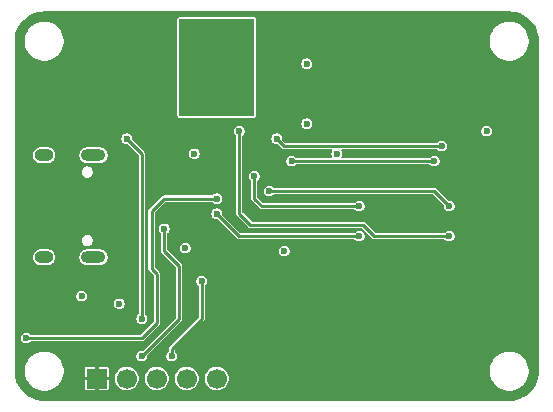
<source format=gbl>
%TF.GenerationSoftware,KiCad,Pcbnew,9.0.4+dfsg-1*%
%TF.CreationDate,2025-10-02T09:05:41+08:00*%
%TF.ProjectId,stlink,73746c69-6e6b-42e6-9b69-6361645f7063,b*%
%TF.SameCoordinates,Original*%
%TF.FileFunction,Copper,L4,Bot*%
%TF.FilePolarity,Positive*%
%FSLAX45Y45*%
G04 Gerber Fmt 4.5, Leading zero omitted, Abs format (unit mm)*
G04 Created by KiCad (PCBNEW 9.0.4+dfsg-1) date 2025-10-02 09:05:41*
%MOMM*%
%LPD*%
G01*
G04 APERTURE LIST*
%TA.AperFunction,ComponentPad*%
%ADD10R,1.700000X1.700000*%
%TD*%
%TA.AperFunction,ComponentPad*%
%ADD11C,1.700000*%
%TD*%
%TA.AperFunction,ComponentPad*%
%ADD12O,2.100000X1.000000*%
%TD*%
%TA.AperFunction,ComponentPad*%
%ADD13O,1.600000X1.000000*%
%TD*%
%TA.AperFunction,ViaPad*%
%ADD14C,0.600000*%
%TD*%
%TA.AperFunction,Conductor*%
%ADD15C,0.228600*%
%TD*%
G04 APERTURE END LIST*
D10*
%TO.P,J3,1,Pin_1*%
%TO.N,GND*%
X10858500Y-10350000D03*
D11*
%TO.P,J3,2,Pin_2*%
%TO.N,DIO*%
X11112500Y-10350000D03*
%TO.P,J3,3,Pin_3*%
%TO.N,CLK*%
X11366500Y-10350000D03*
%TO.P,J3,4,Pin_4*%
%TO.N,+3V3*%
X11620500Y-10350000D03*
%TO.P,J3,5,Pin_5*%
%TO.N,B0*%
X11874500Y-10350000D03*
%TD*%
D12*
%TO.P,J1,S1,SHIELD*%
%TO.N,unconnected-(J1-SHIELD-PadS1)*%
X10831000Y-8458000D03*
D13*
%TO.N,unconnected-(J1-SHIELD-PadS1)_2*%
X10413000Y-8458000D03*
D12*
%TO.N,unconnected-(J1-SHIELD-PadS1)_3*%
X10831000Y-9322000D03*
D13*
%TO.N,unconnected-(J1-SHIELD-PadS1)_1*%
X10413000Y-9322000D03*
%TD*%
D14*
%TO.N,GND*%
X10731500Y-7620000D03*
X14414500Y-8001000D03*
X10731500Y-9842500D03*
X12319000Y-8636000D03*
X11430000Y-8001000D03*
X10287000Y-8890000D03*
X12890500Y-7493000D03*
X14414500Y-9779000D03*
X12890500Y-8255000D03*
X12547600Y-9601200D03*
X12192000Y-10033000D03*
X10731500Y-7493000D03*
X10287000Y-8191500D03*
X11493500Y-9207500D03*
X11811000Y-9144000D03*
X11684000Y-9334500D03*
X12700000Y-7493000D03*
X12192000Y-10414000D03*
X11430000Y-7620000D03*
X14160500Y-8509000D03*
X14414500Y-8128000D03*
X10731500Y-10096500D03*
X13081000Y-7493000D03*
X10731500Y-8953500D03*
X11049000Y-9588500D03*
X12192000Y-8255000D03*
X10287000Y-7937500D03*
X12192000Y-10223500D03*
X10287000Y-9017000D03*
X12319000Y-9461500D03*
X13208000Y-8128000D03*
X12890500Y-9334500D03*
X11176000Y-8890000D03*
X14414500Y-9652000D03*
X11430000Y-7874000D03*
X13208000Y-8001000D03*
X10287000Y-8763000D03*
X10731500Y-8826500D03*
X11938000Y-8255000D03*
X14160500Y-8763000D03*
X14414500Y-7874000D03*
X11430000Y-7493000D03*
X12890500Y-8572500D03*
X11430000Y-8255000D03*
%TO.N,+5V*%
X11112500Y-8318500D03*
X11239500Y-9842500D03*
%TO.N,+3V3*%
X12636500Y-8191500D03*
X12890500Y-8445500D03*
X11684000Y-7747000D03*
X12446000Y-9271000D03*
X11684000Y-8445500D03*
X11684000Y-7874000D03*
X11607800Y-9245600D03*
X11684000Y-7493000D03*
X10731500Y-9652000D03*
X12636500Y-7683500D03*
X14160500Y-8255000D03*
X11684000Y-7620000D03*
X11049000Y-9715500D03*
X11684000Y-8001000D03*
%TO.N,LED*%
X10261600Y-10007600D03*
X11874500Y-8826500D03*
%TO.N,T_DIO*%
X13843000Y-8890000D03*
X12319000Y-8763000D03*
%TO.N,T_CLK*%
X12192000Y-8636000D03*
X13081000Y-8890000D03*
%TO.N,CLK*%
X11493500Y-10160000D03*
X11747500Y-9525000D03*
%TO.N,T_RX*%
X13779500Y-8382000D03*
X12382500Y-8318500D03*
%TO.N,T_TX*%
X13716000Y-8509000D03*
X12509500Y-8509000D03*
%TO.N,T_RST*%
X13843000Y-9144000D03*
X12065000Y-8255000D03*
%TO.N,T_SWO*%
X11874500Y-8953500D03*
X13081000Y-9144000D03*
%TO.N,DIO*%
X11239500Y-10160000D03*
X11430000Y-9080500D03*
%TD*%
D15*
%TO.N,+5V*%
X11239500Y-8445500D02*
X11112500Y-8318500D01*
X11239500Y-9842500D02*
X11239500Y-8445500D01*
%TO.N,LED*%
X11366500Y-9880600D02*
X11239500Y-10007600D01*
X11874500Y-8826500D02*
X11430000Y-8826500D01*
X11430000Y-8826500D02*
X11323250Y-8933250D01*
X11323250Y-9418250D02*
X11366500Y-9461500D01*
X11239500Y-10007600D02*
X10261600Y-10007600D01*
X11366500Y-9461500D02*
X11366500Y-9880600D01*
X11323250Y-8933250D02*
X11323250Y-9418250D01*
%TO.N,T_DIO*%
X13843000Y-8890000D02*
X13716000Y-8763000D01*
X13716000Y-8763000D02*
X12319000Y-8763000D01*
%TO.N,T_CLK*%
X13081000Y-8890000D02*
X12255500Y-8890000D01*
X12255500Y-8890000D02*
X12192000Y-8826500D01*
X12192000Y-8826500D02*
X12192000Y-8636000D01*
%TO.N,CLK*%
X11493500Y-10160000D02*
X11493500Y-10096500D01*
X11747500Y-9842500D02*
X11747500Y-9525000D01*
X11493500Y-10096500D02*
X11747500Y-9842500D01*
%TO.N,T_RX*%
X12446000Y-8382000D02*
X12382500Y-8318500D01*
X13779500Y-8382000D02*
X12446000Y-8382000D01*
%TO.N,T_TX*%
X13716000Y-8509000D02*
X12509500Y-8509000D01*
%TO.N,T_RST*%
X12065000Y-8953500D02*
X12065000Y-8255000D01*
X12160321Y-9048821D02*
X12065000Y-8953500D01*
X13112679Y-9048821D02*
X12160321Y-9048821D01*
X13843000Y-9144000D02*
X13207859Y-9144000D01*
X13207859Y-9144000D02*
X13112679Y-9048821D01*
%TO.N,T_SWO*%
X12065000Y-9144000D02*
X11874500Y-8953500D01*
X13081000Y-9144000D02*
X12065000Y-9144000D01*
%TO.N,DIO*%
X11557000Y-9842500D02*
X11557000Y-9398000D01*
X11430000Y-9271000D02*
X11430000Y-9080500D01*
X11557000Y-9398000D02*
X11430000Y-9271000D01*
X11239500Y-10160000D02*
X11557000Y-9842500D01*
%TD*%
%TA.AperFunction,Conductor*%
%TO.N,+3V3*%
G36*
X12189314Y-7304259D02*
G01*
X12191886Y-7308714D01*
X12192000Y-7310020D01*
X12192000Y-8120480D01*
X12190241Y-8125314D01*
X12185786Y-8127886D01*
X12184480Y-8128000D01*
X11564520Y-8128000D01*
X11559686Y-8126241D01*
X11557114Y-8121786D01*
X11557000Y-8120480D01*
X11557000Y-7310020D01*
X11558759Y-7305186D01*
X11563214Y-7302614D01*
X11564520Y-7302500D01*
X12184480Y-7302500D01*
X12189314Y-7304259D01*
G37*
%TD.AperFunction*%
%TD*%
%TA.AperFunction,Conductor*%
%TO.N,GND*%
G36*
X14351226Y-7241564D02*
G01*
X14353926Y-7241727D01*
X14380856Y-7243356D01*
X14381756Y-7243465D01*
X14410729Y-7248775D01*
X14411609Y-7248992D01*
X14439731Y-7257755D01*
X14440580Y-7258077D01*
X14467440Y-7270165D01*
X14468244Y-7270587D01*
X14493451Y-7285826D01*
X14494198Y-7286341D01*
X14517384Y-7304507D01*
X14518064Y-7305109D01*
X14538891Y-7325936D01*
X14539493Y-7326616D01*
X14557658Y-7349802D01*
X14558174Y-7350549D01*
X14573413Y-7375756D01*
X14573835Y-7376560D01*
X14585923Y-7403420D01*
X14586245Y-7404269D01*
X14595008Y-7432390D01*
X14595225Y-7433272D01*
X14600534Y-7462243D01*
X14600644Y-7463145D01*
X14602436Y-7492773D01*
X14602450Y-7493228D01*
X14602450Y-10286772D01*
X14602436Y-10287226D01*
X14600644Y-10316855D01*
X14600534Y-10317757D01*
X14595225Y-10346728D01*
X14595008Y-10347610D01*
X14586245Y-10375731D01*
X14585923Y-10376580D01*
X14573835Y-10403440D01*
X14573413Y-10404244D01*
X14558174Y-10429451D01*
X14557658Y-10430198D01*
X14539493Y-10453384D01*
X14538891Y-10454064D01*
X14518064Y-10474891D01*
X14517384Y-10475493D01*
X14494198Y-10493658D01*
X14493451Y-10494174D01*
X14468244Y-10509413D01*
X14467440Y-10509835D01*
X14440580Y-10521923D01*
X14439731Y-10522245D01*
X14411610Y-10531008D01*
X14410728Y-10531225D01*
X14381757Y-10536535D01*
X14380855Y-10536644D01*
X14351226Y-10538436D01*
X14350772Y-10538450D01*
X10414228Y-10538450D01*
X10413774Y-10538436D01*
X10384145Y-10536644D01*
X10383243Y-10536535D01*
X10354272Y-10531225D01*
X10353390Y-10531008D01*
X10325269Y-10522245D01*
X10324420Y-10521923D01*
X10297560Y-10509835D01*
X10296756Y-10509413D01*
X10271549Y-10494174D01*
X10270802Y-10493658D01*
X10247616Y-10475493D01*
X10246936Y-10474891D01*
X10226109Y-10454064D01*
X10225507Y-10453384D01*
X10207342Y-10430198D01*
X10206826Y-10429451D01*
X10191587Y-10404244D01*
X10191165Y-10403440D01*
X10179077Y-10376580D01*
X10178755Y-10375731D01*
X10173451Y-10358711D01*
X10169992Y-10347609D01*
X10169775Y-10346729D01*
X10164465Y-10317756D01*
X10164356Y-10316856D01*
X10162564Y-10287226D01*
X10162550Y-10286772D01*
X10162550Y-10273991D01*
X10248710Y-10273991D01*
X10248710Y-10300009D01*
X10252780Y-10325705D01*
X10252780Y-10325706D01*
X10259611Y-10346728D01*
X10260820Y-10350449D01*
X10272631Y-10373631D01*
X10284532Y-10390010D01*
X10287924Y-10394679D01*
X10287925Y-10394680D01*
X10306320Y-10413075D01*
X10306321Y-10413076D01*
X10306321Y-10413076D01*
X10327369Y-10428369D01*
X10350551Y-10440180D01*
X10375295Y-10448220D01*
X10400991Y-10452290D01*
X10400992Y-10452290D01*
X10427008Y-10452290D01*
X10427009Y-10452290D01*
X10452706Y-10448220D01*
X10477449Y-10440180D01*
X10500631Y-10428369D01*
X10521679Y-10413076D01*
X10540076Y-10394679D01*
X10555369Y-10373631D01*
X10567180Y-10350449D01*
X10575220Y-10325706D01*
X10579290Y-10300009D01*
X10579290Y-10273991D01*
X10577628Y-10263499D01*
X10758260Y-10263499D01*
X10758260Y-10334760D01*
X10810820Y-10334760D01*
X10808500Y-10343417D01*
X10808500Y-10356583D01*
X10810820Y-10365240D01*
X10758260Y-10365240D01*
X10758260Y-10436501D01*
X10759144Y-10440946D01*
X10759144Y-10440946D01*
X10762513Y-10445987D01*
X10767554Y-10449356D01*
X10767554Y-10449356D01*
X10771999Y-10450240D01*
X10843260Y-10450240D01*
X10843260Y-10397680D01*
X10851917Y-10400000D01*
X10865083Y-10400000D01*
X10873740Y-10397680D01*
X10873740Y-10450240D01*
X10945001Y-10450240D01*
X10949446Y-10449356D01*
X10949446Y-10449356D01*
X10954487Y-10445987D01*
X10957856Y-10440946D01*
X10957856Y-10440946D01*
X10958740Y-10436501D01*
X10958740Y-10365240D01*
X10906180Y-10365240D01*
X10908500Y-10356583D01*
X10908500Y-10343417D01*
X10907617Y-10340122D01*
X11012210Y-10340122D01*
X11012210Y-10359878D01*
X11016064Y-10379254D01*
X11016064Y-10379254D01*
X11023246Y-10396593D01*
X11023624Y-10397505D01*
X11034600Y-10413931D01*
X11034600Y-10413931D01*
X11034600Y-10413932D01*
X11048568Y-10427900D01*
X11048569Y-10427900D01*
X11048569Y-10427900D01*
X11064995Y-10438876D01*
X11083246Y-10446436D01*
X11083246Y-10446436D01*
X11083246Y-10446436D01*
X11083247Y-10446436D01*
X11096222Y-10449017D01*
X11102622Y-10450290D01*
X11102622Y-10450290D01*
X11122378Y-10450290D01*
X11127189Y-10449333D01*
X11141754Y-10446436D01*
X11160005Y-10438876D01*
X11176431Y-10427900D01*
X11190400Y-10413931D01*
X11201376Y-10397505D01*
X11208936Y-10379254D01*
X11212790Y-10359878D01*
X11212790Y-10340122D01*
X11212790Y-10340122D01*
X11266210Y-10340122D01*
X11266210Y-10359878D01*
X11270064Y-10379254D01*
X11270064Y-10379254D01*
X11277246Y-10396593D01*
X11277624Y-10397505D01*
X11288600Y-10413931D01*
X11288600Y-10413931D01*
X11288600Y-10413932D01*
X11302568Y-10427900D01*
X11302568Y-10427900D01*
X11302569Y-10427900D01*
X11318995Y-10438876D01*
X11337246Y-10446436D01*
X11337246Y-10446436D01*
X11337246Y-10446436D01*
X11337246Y-10446436D01*
X11350222Y-10449017D01*
X11356622Y-10450290D01*
X11356622Y-10450290D01*
X11376378Y-10450290D01*
X11381189Y-10449333D01*
X11395753Y-10446436D01*
X11414005Y-10438876D01*
X11430431Y-10427900D01*
X11444400Y-10413931D01*
X11455376Y-10397505D01*
X11462936Y-10379254D01*
X11466790Y-10359878D01*
X11466790Y-10340122D01*
X11466790Y-10340122D01*
X11520210Y-10340122D01*
X11520210Y-10359878D01*
X11524064Y-10379254D01*
X11524064Y-10379254D01*
X11531246Y-10396593D01*
X11531624Y-10397505D01*
X11542600Y-10413931D01*
X11542600Y-10413931D01*
X11542600Y-10413932D01*
X11556568Y-10427900D01*
X11556568Y-10427900D01*
X11556569Y-10427900D01*
X11572995Y-10438876D01*
X11591246Y-10446436D01*
X11591246Y-10446436D01*
X11591246Y-10446436D01*
X11591246Y-10446436D01*
X11604222Y-10449017D01*
X11610622Y-10450290D01*
X11610622Y-10450290D01*
X11630378Y-10450290D01*
X11635189Y-10449333D01*
X11649753Y-10446436D01*
X11668005Y-10438876D01*
X11684431Y-10427900D01*
X11698400Y-10413931D01*
X11709376Y-10397505D01*
X11716936Y-10379254D01*
X11720790Y-10359878D01*
X11720790Y-10340122D01*
X11720790Y-10340122D01*
X11774210Y-10340122D01*
X11774210Y-10359878D01*
X11778064Y-10379254D01*
X11778064Y-10379254D01*
X11785246Y-10396593D01*
X11785624Y-10397505D01*
X11796600Y-10413931D01*
X11796600Y-10413931D01*
X11796600Y-10413932D01*
X11810568Y-10427900D01*
X11810568Y-10427900D01*
X11810569Y-10427900D01*
X11826995Y-10438876D01*
X11845246Y-10446436D01*
X11845246Y-10446436D01*
X11845246Y-10446436D01*
X11845246Y-10446436D01*
X11858222Y-10449017D01*
X11864622Y-10450290D01*
X11864622Y-10450290D01*
X11884378Y-10450290D01*
X11889189Y-10449333D01*
X11903753Y-10446436D01*
X11922005Y-10438876D01*
X11938431Y-10427900D01*
X11952400Y-10413931D01*
X11963376Y-10397505D01*
X11970936Y-10379254D01*
X11974790Y-10359878D01*
X11974790Y-10340122D01*
X11970936Y-10320747D01*
X11963376Y-10302495D01*
X11952400Y-10286069D01*
X11952400Y-10286069D01*
X11952400Y-10286068D01*
X11940323Y-10273991D01*
X14185710Y-10273991D01*
X14185710Y-10300009D01*
X14189780Y-10325705D01*
X14189780Y-10325706D01*
X14196611Y-10346728D01*
X14197820Y-10350449D01*
X14209631Y-10373631D01*
X14221531Y-10390010D01*
X14224924Y-10394679D01*
X14224925Y-10394680D01*
X14243320Y-10413075D01*
X14243321Y-10413076D01*
X14243321Y-10413076D01*
X14264369Y-10428369D01*
X14287551Y-10440180D01*
X14312294Y-10448220D01*
X14337991Y-10452290D01*
X14337992Y-10452290D01*
X14364008Y-10452290D01*
X14364009Y-10452290D01*
X14389705Y-10448220D01*
X14414449Y-10440180D01*
X14437631Y-10428369D01*
X14458679Y-10413076D01*
X14477076Y-10394679D01*
X14492369Y-10373631D01*
X14504180Y-10350449D01*
X14512220Y-10325706D01*
X14516290Y-10300009D01*
X14516290Y-10273991D01*
X14512220Y-10248295D01*
X14504180Y-10223551D01*
X14492369Y-10200369D01*
X14477076Y-10179321D01*
X14477076Y-10179321D01*
X14477075Y-10179320D01*
X14458680Y-10160925D01*
X14458679Y-10160924D01*
X14449201Y-10154038D01*
X14437631Y-10145631D01*
X14414449Y-10133820D01*
X14414449Y-10133820D01*
X14414448Y-10133819D01*
X14389706Y-10125780D01*
X14389705Y-10125780D01*
X14364009Y-10121710D01*
X14364009Y-10121710D01*
X14337991Y-10121710D01*
X14337991Y-10121710D01*
X14312295Y-10125780D01*
X14312294Y-10125780D01*
X14287552Y-10133819D01*
X14287551Y-10133820D01*
X14287551Y-10133820D01*
X14287550Y-10133820D01*
X14287550Y-10133820D01*
X14264369Y-10145631D01*
X14243321Y-10160924D01*
X14243320Y-10160925D01*
X14224925Y-10179320D01*
X14224924Y-10179321D01*
X14209631Y-10200369D01*
X14197820Y-10223550D01*
X14197819Y-10223552D01*
X14189780Y-10248294D01*
X14189780Y-10248295D01*
X14185710Y-10273991D01*
X11940323Y-10273991D01*
X11938432Y-10272100D01*
X11938431Y-10272100D01*
X11938431Y-10272100D01*
X11922005Y-10261124D01*
X11904836Y-10254013D01*
X11903754Y-10253564D01*
X11903754Y-10253564D01*
X11884378Y-10249710D01*
X11884378Y-10249710D01*
X11864622Y-10249710D01*
X11864622Y-10249710D01*
X11845246Y-10253564D01*
X11845246Y-10253564D01*
X11826995Y-10261124D01*
X11810568Y-10272100D01*
X11796600Y-10286068D01*
X11785624Y-10302495D01*
X11778064Y-10320746D01*
X11778064Y-10320746D01*
X11774210Y-10340122D01*
X11720790Y-10340122D01*
X11716936Y-10320747D01*
X11709376Y-10302495D01*
X11698400Y-10286069D01*
X11698400Y-10286069D01*
X11698400Y-10286068D01*
X11684432Y-10272100D01*
X11684431Y-10272100D01*
X11684431Y-10272100D01*
X11668005Y-10261124D01*
X11650836Y-10254013D01*
X11649754Y-10253564D01*
X11649754Y-10253564D01*
X11630378Y-10249710D01*
X11630378Y-10249710D01*
X11610622Y-10249710D01*
X11610622Y-10249710D01*
X11591246Y-10253564D01*
X11591246Y-10253564D01*
X11572995Y-10261124D01*
X11556568Y-10272100D01*
X11542600Y-10286068D01*
X11531624Y-10302495D01*
X11524064Y-10320746D01*
X11524064Y-10320746D01*
X11520210Y-10340122D01*
X11466790Y-10340122D01*
X11462936Y-10320747D01*
X11455376Y-10302495D01*
X11444400Y-10286069D01*
X11444400Y-10286069D01*
X11444400Y-10286068D01*
X11430432Y-10272100D01*
X11430431Y-10272100D01*
X11430431Y-10272100D01*
X11414005Y-10261124D01*
X11396836Y-10254013D01*
X11395754Y-10253564D01*
X11395754Y-10253564D01*
X11376378Y-10249710D01*
X11376378Y-10249710D01*
X11356622Y-10249710D01*
X11356622Y-10249710D01*
X11337246Y-10253564D01*
X11337246Y-10253564D01*
X11318995Y-10261124D01*
X11302568Y-10272100D01*
X11288600Y-10286068D01*
X11277624Y-10302495D01*
X11270064Y-10320746D01*
X11270064Y-10320746D01*
X11266210Y-10340122D01*
X11212790Y-10340122D01*
X11208936Y-10320747D01*
X11201376Y-10302495D01*
X11190400Y-10286069D01*
X11190400Y-10286069D01*
X11190400Y-10286068D01*
X11176432Y-10272100D01*
X11176431Y-10272100D01*
X11176431Y-10272100D01*
X11160005Y-10261124D01*
X11142836Y-10254013D01*
X11141754Y-10253564D01*
X11141754Y-10253564D01*
X11122378Y-10249710D01*
X11122378Y-10249710D01*
X11102622Y-10249710D01*
X11102622Y-10249710D01*
X11083246Y-10253564D01*
X11083246Y-10253564D01*
X11064995Y-10261124D01*
X11048568Y-10272100D01*
X11034600Y-10286068D01*
X11023624Y-10302495D01*
X11016064Y-10320746D01*
X11016064Y-10320746D01*
X11012210Y-10340122D01*
X10907617Y-10340122D01*
X10906180Y-10334760D01*
X10958740Y-10334760D01*
X10958740Y-10263499D01*
X10957856Y-10259054D01*
X10957856Y-10259054D01*
X10954487Y-10254013D01*
X10949446Y-10250644D01*
X10949446Y-10250644D01*
X10945001Y-10249760D01*
X10873740Y-10249760D01*
X10873740Y-10302320D01*
X10865083Y-10300000D01*
X10851917Y-10300000D01*
X10843260Y-10302320D01*
X10843260Y-10249760D01*
X10771999Y-10249760D01*
X10767554Y-10250644D01*
X10767554Y-10250644D01*
X10762513Y-10254013D01*
X10759144Y-10259054D01*
X10759144Y-10259054D01*
X10758260Y-10263499D01*
X10577628Y-10263499D01*
X10575220Y-10248295D01*
X10567180Y-10223551D01*
X10555369Y-10200369D01*
X10540076Y-10179321D01*
X10540076Y-10179321D01*
X10540075Y-10179320D01*
X10521680Y-10160925D01*
X10521679Y-10160924D01*
X10519896Y-10159628D01*
X10512201Y-10154038D01*
X11194210Y-10154038D01*
X11194210Y-10165963D01*
X11197296Y-10177481D01*
X11197296Y-10177481D01*
X11203259Y-10187809D01*
X11211691Y-10196241D01*
X11217654Y-10199683D01*
X11222019Y-10202204D01*
X11233537Y-10205290D01*
X11233538Y-10205290D01*
X11245462Y-10205290D01*
X11245462Y-10205290D01*
X11256981Y-10202204D01*
X11267309Y-10196241D01*
X11275741Y-10187809D01*
X11281704Y-10177481D01*
X11284790Y-10165963D01*
X11284790Y-10155613D01*
X11285351Y-10154070D01*
X11285354Y-10154038D01*
X11448210Y-10154038D01*
X11448210Y-10165963D01*
X11451296Y-10177481D01*
X11451296Y-10177481D01*
X11457259Y-10187809D01*
X11465691Y-10196241D01*
X11471654Y-10199683D01*
X11476019Y-10202204D01*
X11487537Y-10205290D01*
X11487538Y-10205290D01*
X11499462Y-10205290D01*
X11499462Y-10205290D01*
X11510981Y-10202204D01*
X11521309Y-10196241D01*
X11529741Y-10187809D01*
X11535704Y-10177481D01*
X11538790Y-10165963D01*
X11538790Y-10154038D01*
X11535704Y-10142519D01*
X11535703Y-10142519D01*
X11529741Y-10132191D01*
X11522423Y-10124873D01*
X11521729Y-10123385D01*
X11520673Y-10122127D01*
X11520388Y-10120511D01*
X11520249Y-10120211D01*
X11520220Y-10119555D01*
X11520220Y-10110683D01*
X11521979Y-10105849D01*
X11522423Y-10105365D01*
X11770152Y-9857636D01*
X11770152Y-9857636D01*
X11774220Y-9847815D01*
X11774220Y-9837185D01*
X11774220Y-9565445D01*
X11775979Y-9560611D01*
X11776423Y-9560127D01*
X11783741Y-9552809D01*
X11789703Y-9542481D01*
X11789704Y-9542481D01*
X11792790Y-9530963D01*
X11792790Y-9519038D01*
X11789704Y-9507519D01*
X11789703Y-9507519D01*
X11783741Y-9497191D01*
X11775309Y-9488759D01*
X11764981Y-9482796D01*
X11753462Y-9479710D01*
X11741537Y-9479710D01*
X11732898Y-9482025D01*
X11730019Y-9482796D01*
X11730018Y-9482796D01*
X11719691Y-9488759D01*
X11711259Y-9497191D01*
X11705296Y-9507519D01*
X11705296Y-9507519D01*
X11705296Y-9507519D01*
X11702210Y-9519038D01*
X11702210Y-9530963D01*
X11705296Y-9542481D01*
X11705296Y-9542481D01*
X11711259Y-9552809D01*
X11718577Y-9560127D01*
X11720751Y-9564789D01*
X11720780Y-9565445D01*
X11720780Y-9828317D01*
X11719021Y-9833151D01*
X11718577Y-9833635D01*
X11478364Y-10073848D01*
X11474606Y-10077606D01*
X11470848Y-10081364D01*
X11466780Y-10091185D01*
X11466780Y-10119555D01*
X11465021Y-10124389D01*
X11464577Y-10124873D01*
X11457259Y-10132191D01*
X11451296Y-10142519D01*
X11451296Y-10142519D01*
X11451296Y-10142519D01*
X11448210Y-10154038D01*
X11285354Y-10154038D01*
X11285495Y-10152434D01*
X11286436Y-10151090D01*
X11286549Y-10150779D01*
X11286993Y-10150295D01*
X11289060Y-10148227D01*
X11579652Y-9857636D01*
X11579652Y-9857636D01*
X11579652Y-9857636D01*
X11583720Y-9847815D01*
X11583720Y-9837185D01*
X11583720Y-9392685D01*
X11579652Y-9382864D01*
X11572136Y-9375348D01*
X11458923Y-9262135D01*
X11456749Y-9257473D01*
X11456720Y-9256817D01*
X11456720Y-9239638D01*
X11562510Y-9239638D01*
X11562510Y-9251563D01*
X11564753Y-9259932D01*
X11565596Y-9263081D01*
X11565596Y-9263081D01*
X11571559Y-9273409D01*
X11579991Y-9281841D01*
X11585954Y-9285283D01*
X11590319Y-9287804D01*
X11601837Y-9290890D01*
X11601838Y-9290890D01*
X11613762Y-9290890D01*
X11613762Y-9290890D01*
X11625281Y-9287804D01*
X11635609Y-9281841D01*
X11644041Y-9273409D01*
X11648874Y-9265038D01*
X12400710Y-9265038D01*
X12400710Y-9276963D01*
X12402017Y-9281841D01*
X12403796Y-9288481D01*
X12403796Y-9288481D01*
X12409759Y-9298809D01*
X12418191Y-9307241D01*
X12424154Y-9310683D01*
X12428519Y-9313204D01*
X12440037Y-9316290D01*
X12440038Y-9316290D01*
X12451962Y-9316290D01*
X12451962Y-9316290D01*
X12463481Y-9313204D01*
X12473809Y-9307241D01*
X12482241Y-9298809D01*
X12488204Y-9288481D01*
X12491290Y-9276963D01*
X12491290Y-9265038D01*
X12488204Y-9253519D01*
X12487074Y-9251562D01*
X12482241Y-9243191D01*
X12473809Y-9234759D01*
X12463481Y-9228796D01*
X12460952Y-9228119D01*
X12451962Y-9225710D01*
X12440037Y-9225710D01*
X12431398Y-9228025D01*
X12428519Y-9228796D01*
X12428518Y-9228796D01*
X12418191Y-9234759D01*
X12409759Y-9243191D01*
X12403796Y-9253519D01*
X12403796Y-9253519D01*
X12403796Y-9253519D01*
X12400710Y-9265038D01*
X11648874Y-9265038D01*
X11650004Y-9263081D01*
X11653090Y-9251563D01*
X11653090Y-9239638D01*
X11650004Y-9228119D01*
X11648613Y-9225710D01*
X11644041Y-9217791D01*
X11635609Y-9209359D01*
X11625281Y-9203396D01*
X11613762Y-9200310D01*
X11601837Y-9200310D01*
X11593198Y-9202625D01*
X11590319Y-9203396D01*
X11590318Y-9203396D01*
X11579991Y-9209359D01*
X11571559Y-9217791D01*
X11565596Y-9228119D01*
X11565596Y-9228119D01*
X11565596Y-9228119D01*
X11562510Y-9239638D01*
X11456720Y-9239638D01*
X11456720Y-9120945D01*
X11458479Y-9116111D01*
X11458923Y-9115627D01*
X11466241Y-9108309D01*
X11470001Y-9101796D01*
X11472204Y-9097981D01*
X11475290Y-9086463D01*
X11475290Y-9074538D01*
X11472204Y-9063019D01*
X11472203Y-9063019D01*
X11466241Y-9052691D01*
X11457809Y-9044259D01*
X11447481Y-9038296D01*
X11435962Y-9035210D01*
X11424037Y-9035210D01*
X11415398Y-9037525D01*
X11412519Y-9038296D01*
X11412518Y-9038296D01*
X11402191Y-9044259D01*
X11393759Y-9052691D01*
X11387796Y-9063019D01*
X11387796Y-9063019D01*
X11387796Y-9063019D01*
X11384710Y-9074538D01*
X11384710Y-9086463D01*
X11387796Y-9097981D01*
X11387796Y-9097981D01*
X11393759Y-9108309D01*
X11401077Y-9115627D01*
X11403251Y-9120289D01*
X11403280Y-9120945D01*
X11403280Y-9265685D01*
X11403280Y-9276315D01*
X11404964Y-9280380D01*
X11407348Y-9286136D01*
X11528077Y-9406865D01*
X11530251Y-9411527D01*
X11530280Y-9412183D01*
X11530280Y-9828317D01*
X11528521Y-9833151D01*
X11528077Y-9833635D01*
X11249205Y-10112507D01*
X11244543Y-10114681D01*
X11243887Y-10114710D01*
X11233537Y-10114710D01*
X11224898Y-10117025D01*
X11222019Y-10117796D01*
X11222018Y-10117796D01*
X11211691Y-10123759D01*
X11203259Y-10132191D01*
X11197296Y-10142519D01*
X11197296Y-10142519D01*
X11197296Y-10142519D01*
X11194210Y-10154038D01*
X10512201Y-10154038D01*
X10500631Y-10145631D01*
X10477449Y-10133820D01*
X10477449Y-10133820D01*
X10477448Y-10133819D01*
X10452706Y-10125780D01*
X10452705Y-10125780D01*
X10427009Y-10121710D01*
X10427009Y-10121710D01*
X10400991Y-10121710D01*
X10400991Y-10121710D01*
X10375295Y-10125780D01*
X10375294Y-10125780D01*
X10350552Y-10133819D01*
X10350551Y-10133820D01*
X10350551Y-10133820D01*
X10350550Y-10133820D01*
X10350550Y-10133820D01*
X10327369Y-10145631D01*
X10306321Y-10160924D01*
X10306320Y-10160925D01*
X10287925Y-10179320D01*
X10287924Y-10179321D01*
X10272631Y-10200369D01*
X10260820Y-10223550D01*
X10260819Y-10223552D01*
X10252780Y-10248294D01*
X10252780Y-10248295D01*
X10248710Y-10273991D01*
X10162550Y-10273991D01*
X10162550Y-10001638D01*
X10216310Y-10001638D01*
X10216310Y-10013563D01*
X10219396Y-10025081D01*
X10219396Y-10025081D01*
X10225359Y-10035409D01*
X10233791Y-10043841D01*
X10239754Y-10047283D01*
X10244119Y-10049804D01*
X10255638Y-10052890D01*
X10255638Y-10052890D01*
X10267562Y-10052890D01*
X10267563Y-10052890D01*
X10279081Y-10049804D01*
X10289409Y-10043841D01*
X10296727Y-10036523D01*
X10301389Y-10034349D01*
X10302045Y-10034320D01*
X11244815Y-10034320D01*
X11244815Y-10034320D01*
X11254636Y-10030252D01*
X11389152Y-9895736D01*
X11393220Y-9885915D01*
X11393220Y-9875285D01*
X11393220Y-9456185D01*
X11389152Y-9446364D01*
X11381636Y-9438848D01*
X11352173Y-9409385D01*
X11349999Y-9404723D01*
X11349970Y-9404067D01*
X11349970Y-8947538D01*
X11829210Y-8947538D01*
X11829210Y-8959463D01*
X11831668Y-8968636D01*
X11832296Y-8970981D01*
X11832296Y-8970981D01*
X11838259Y-8981309D01*
X11846691Y-8989741D01*
X11852654Y-8993183D01*
X11857019Y-8995704D01*
X11868537Y-8998790D01*
X11868538Y-8998790D01*
X11878887Y-8998790D01*
X11883721Y-9000549D01*
X11884205Y-9000993D01*
X12042348Y-9159136D01*
X12049864Y-9166652D01*
X12059685Y-9170720D01*
X13040555Y-9170720D01*
X13045389Y-9172479D01*
X13045873Y-9172923D01*
X13053191Y-9180241D01*
X13059154Y-9183683D01*
X13063519Y-9186204D01*
X13075037Y-9189290D01*
X13075038Y-9189290D01*
X13086962Y-9189290D01*
X13086962Y-9189290D01*
X13098481Y-9186204D01*
X13108809Y-9180241D01*
X13117241Y-9171809D01*
X13123204Y-9161481D01*
X13126290Y-9149963D01*
X13126290Y-9138038D01*
X13123204Y-9126519D01*
X13119607Y-9120289D01*
X13117241Y-9116191D01*
X13108809Y-9107759D01*
X13098481Y-9101796D01*
X13086962Y-9098710D01*
X13075037Y-9098710D01*
X13066398Y-9101025D01*
X13063519Y-9101796D01*
X13063518Y-9101796D01*
X13053191Y-9107759D01*
X13045873Y-9115077D01*
X13041211Y-9117251D01*
X13040555Y-9117280D01*
X12079183Y-9117280D01*
X12074349Y-9115521D01*
X12073865Y-9115077D01*
X11921993Y-8963205D01*
X11919819Y-8958543D01*
X11919790Y-8957887D01*
X11919790Y-8947538D01*
X11919790Y-8947538D01*
X11916704Y-8936019D01*
X11916283Y-8935290D01*
X11910741Y-8925691D01*
X11902309Y-8917259D01*
X11891981Y-8911296D01*
X11880462Y-8908210D01*
X11868537Y-8908210D01*
X11859898Y-8910525D01*
X11857019Y-8911296D01*
X11857018Y-8911296D01*
X11846691Y-8917259D01*
X11838259Y-8925691D01*
X11832296Y-8936019D01*
X11832296Y-8936019D01*
X11832296Y-8936019D01*
X11829210Y-8947538D01*
X11349970Y-8947538D01*
X11349970Y-8947433D01*
X11350531Y-8945890D01*
X11350675Y-8944255D01*
X11351616Y-8942910D01*
X11351729Y-8942599D01*
X11352173Y-8942115D01*
X11438865Y-8855423D01*
X11443527Y-8853249D01*
X11444183Y-8853220D01*
X11834055Y-8853220D01*
X11838889Y-8854979D01*
X11839373Y-8855423D01*
X11846691Y-8862741D01*
X11852654Y-8866183D01*
X11857019Y-8868704D01*
X11868537Y-8871790D01*
X11868538Y-8871790D01*
X11880462Y-8871790D01*
X11880462Y-8871790D01*
X11891981Y-8868704D01*
X11902309Y-8862741D01*
X11910741Y-8854309D01*
X11916704Y-8843981D01*
X11919790Y-8832463D01*
X11919790Y-8820538D01*
X11916704Y-8809019D01*
X11916283Y-8808290D01*
X11910741Y-8798691D01*
X11902309Y-8790259D01*
X11891981Y-8784296D01*
X11880462Y-8781210D01*
X11868537Y-8781210D01*
X11859898Y-8783525D01*
X11857019Y-8784296D01*
X11857018Y-8784296D01*
X11846691Y-8790259D01*
X11839373Y-8797577D01*
X11834711Y-8799751D01*
X11834055Y-8799780D01*
X11435315Y-8799780D01*
X11424685Y-8799780D01*
X11418492Y-8802345D01*
X11414864Y-8803848D01*
X11334675Y-8884038D01*
X11308114Y-8910598D01*
X11306060Y-8912652D01*
X11300598Y-8918114D01*
X11300598Y-8918114D01*
X11296530Y-8927935D01*
X11296530Y-9412935D01*
X11296530Y-9423565D01*
X11300598Y-9433386D01*
X11337577Y-9470365D01*
X11339751Y-9475027D01*
X11339780Y-9475683D01*
X11339780Y-9866417D01*
X11338021Y-9871251D01*
X11337577Y-9871735D01*
X11230635Y-9978677D01*
X11225973Y-9980851D01*
X11225317Y-9980880D01*
X10302045Y-9980880D01*
X10297211Y-9979121D01*
X10296727Y-9978677D01*
X10289409Y-9971359D01*
X10279081Y-9965396D01*
X10267563Y-9962310D01*
X10255638Y-9962310D01*
X10246998Y-9964625D01*
X10244119Y-9965396D01*
X10244119Y-9965396D01*
X10233791Y-9971359D01*
X10225359Y-9979791D01*
X10219396Y-9990119D01*
X10219396Y-9990119D01*
X10219396Y-9990119D01*
X10216310Y-10001638D01*
X10162550Y-10001638D01*
X10162550Y-9709538D01*
X11003710Y-9709538D01*
X11003710Y-9721463D01*
X11006796Y-9732981D01*
X11006796Y-9732981D01*
X11012759Y-9743309D01*
X11021191Y-9751741D01*
X11027154Y-9755183D01*
X11031519Y-9757704D01*
X11043038Y-9760790D01*
X11043038Y-9760790D01*
X11054962Y-9760790D01*
X11054963Y-9760790D01*
X11066481Y-9757704D01*
X11076809Y-9751741D01*
X11085241Y-9743309D01*
X11091204Y-9732981D01*
X11094290Y-9721463D01*
X11094290Y-9709538D01*
X11091204Y-9698019D01*
X11090783Y-9697290D01*
X11085241Y-9687691D01*
X11076809Y-9679259D01*
X11066481Y-9673296D01*
X11054963Y-9670210D01*
X11043038Y-9670210D01*
X11034398Y-9672525D01*
X11031519Y-9673296D01*
X11031519Y-9673296D01*
X11021191Y-9679259D01*
X11012759Y-9687691D01*
X11006796Y-9698019D01*
X11006796Y-9698019D01*
X11006796Y-9698019D01*
X11003710Y-9709538D01*
X10162550Y-9709538D01*
X10162550Y-9646038D01*
X10686210Y-9646038D01*
X10686210Y-9657963D01*
X10689296Y-9669481D01*
X10689296Y-9669481D01*
X10695259Y-9679809D01*
X10703691Y-9688241D01*
X10709654Y-9691683D01*
X10714019Y-9694204D01*
X10725538Y-9697290D01*
X10725538Y-9697290D01*
X10737462Y-9697290D01*
X10737463Y-9697290D01*
X10748981Y-9694204D01*
X10759309Y-9688241D01*
X10767741Y-9679809D01*
X10773704Y-9669481D01*
X10776790Y-9657963D01*
X10776790Y-9646038D01*
X10773704Y-9634519D01*
X10773704Y-9634519D01*
X10767741Y-9624191D01*
X10759309Y-9615759D01*
X10748981Y-9609796D01*
X10737463Y-9606710D01*
X10725538Y-9606710D01*
X10716898Y-9609025D01*
X10714019Y-9609796D01*
X10714019Y-9609796D01*
X10703691Y-9615759D01*
X10695259Y-9624191D01*
X10689296Y-9634519D01*
X10689296Y-9634519D01*
X10689296Y-9634519D01*
X10686210Y-9646038D01*
X10162550Y-9646038D01*
X10162550Y-9315570D01*
X10317710Y-9315570D01*
X10317710Y-9328431D01*
X10320219Y-9341044D01*
X10325141Y-9352926D01*
X10332286Y-9363620D01*
X10332286Y-9363620D01*
X10332286Y-9363620D01*
X10341380Y-9372714D01*
X10341380Y-9372714D01*
X10341380Y-9372714D01*
X10352074Y-9379859D01*
X10363956Y-9384781D01*
X10371524Y-9386286D01*
X10376569Y-9387290D01*
X10376570Y-9387290D01*
X10449431Y-9387290D01*
X10453635Y-9386454D01*
X10462044Y-9384781D01*
X10473926Y-9379859D01*
X10484620Y-9372714D01*
X10493714Y-9363620D01*
X10500859Y-9352926D01*
X10505781Y-9341044D01*
X10508290Y-9328431D01*
X10508290Y-9315570D01*
X10710710Y-9315570D01*
X10710710Y-9328431D01*
X10713219Y-9341044D01*
X10718141Y-9352926D01*
X10725286Y-9363620D01*
X10725286Y-9363620D01*
X10725286Y-9363620D01*
X10734380Y-9372714D01*
X10734380Y-9372714D01*
X10734380Y-9372714D01*
X10745074Y-9379859D01*
X10756956Y-9384781D01*
X10764524Y-9386286D01*
X10769569Y-9387290D01*
X10769570Y-9387290D01*
X10892431Y-9387290D01*
X10896635Y-9386454D01*
X10905044Y-9384781D01*
X10916926Y-9379859D01*
X10927620Y-9372714D01*
X10936714Y-9363620D01*
X10943859Y-9352926D01*
X10948781Y-9341044D01*
X10951290Y-9328431D01*
X10951290Y-9315570D01*
X10948781Y-9302956D01*
X10943859Y-9291074D01*
X10936714Y-9280380D01*
X10936714Y-9280380D01*
X10936714Y-9280380D01*
X10927620Y-9271286D01*
X10927620Y-9271286D01*
X10927620Y-9271286D01*
X10916926Y-9264141D01*
X10914369Y-9263081D01*
X10912084Y-9262135D01*
X10905044Y-9259219D01*
X10905044Y-9259219D01*
X10905044Y-9259219D01*
X10892431Y-9256710D01*
X10892431Y-9256710D01*
X10769570Y-9256710D01*
X10769569Y-9256710D01*
X10756956Y-9259219D01*
X10756956Y-9259219D01*
X10745074Y-9264141D01*
X10734380Y-9271286D01*
X10734380Y-9271286D01*
X10725286Y-9280380D01*
X10725286Y-9280380D01*
X10718141Y-9291074D01*
X10713219Y-9302956D01*
X10713219Y-9302956D01*
X10711181Y-9313204D01*
X10710710Y-9315570D01*
X10508290Y-9315570D01*
X10505781Y-9302956D01*
X10500859Y-9291074D01*
X10493714Y-9280380D01*
X10493714Y-9280380D01*
X10493714Y-9280380D01*
X10484620Y-9271286D01*
X10484620Y-9271286D01*
X10484620Y-9271286D01*
X10473926Y-9264141D01*
X10471369Y-9263081D01*
X10469084Y-9262135D01*
X10462044Y-9259219D01*
X10462044Y-9259219D01*
X10462044Y-9259219D01*
X10449431Y-9256710D01*
X10449431Y-9256710D01*
X10376570Y-9256710D01*
X10376569Y-9256710D01*
X10363956Y-9259219D01*
X10363956Y-9259219D01*
X10352074Y-9264141D01*
X10341380Y-9271286D01*
X10341380Y-9271286D01*
X10332286Y-9280380D01*
X10332286Y-9280380D01*
X10325141Y-9291074D01*
X10320219Y-9302956D01*
X10320219Y-9302956D01*
X10318181Y-9313204D01*
X10317710Y-9315570D01*
X10162550Y-9315570D01*
X10162550Y-9172708D01*
X10730210Y-9172708D01*
X10730210Y-9185292D01*
X10733467Y-9197446D01*
X10733467Y-9197447D01*
X10739758Y-9208344D01*
X10748656Y-9217242D01*
X10759553Y-9223533D01*
X10759553Y-9223533D01*
X10759554Y-9223533D01*
X10771708Y-9226790D01*
X10771709Y-9226790D01*
X10784291Y-9226790D01*
X10784292Y-9226790D01*
X10796446Y-9223533D01*
X10807344Y-9217242D01*
X10816242Y-9208344D01*
X10822533Y-9197446D01*
X10825790Y-9185292D01*
X10825790Y-9172708D01*
X10822533Y-9160554D01*
X10822533Y-9160553D01*
X10822533Y-9160553D01*
X10816242Y-9149656D01*
X10807344Y-9140758D01*
X10796447Y-9134467D01*
X10796446Y-9134467D01*
X10796446Y-9134467D01*
X10784292Y-9131210D01*
X10771708Y-9131210D01*
X10759554Y-9134467D01*
X10759553Y-9134467D01*
X10748656Y-9140758D01*
X10739758Y-9149656D01*
X10733467Y-9160553D01*
X10733467Y-9160554D01*
X10730210Y-9172708D01*
X10162550Y-9172708D01*
X10162550Y-8594708D01*
X10730210Y-8594708D01*
X10730210Y-8607292D01*
X10733218Y-8618519D01*
X10733467Y-8619446D01*
X10733467Y-8619447D01*
X10739758Y-8630344D01*
X10748656Y-8639242D01*
X10759553Y-8645533D01*
X10759553Y-8645533D01*
X10759554Y-8645533D01*
X10771708Y-8648790D01*
X10771709Y-8648790D01*
X10784291Y-8648790D01*
X10784292Y-8648790D01*
X10796446Y-8645533D01*
X10807344Y-8639242D01*
X10816242Y-8630344D01*
X10822533Y-8619446D01*
X10825790Y-8607292D01*
X10825790Y-8594708D01*
X10822533Y-8582554D01*
X10822533Y-8582553D01*
X10822533Y-8582553D01*
X10816242Y-8571656D01*
X10807344Y-8562758D01*
X10796447Y-8556467D01*
X10796446Y-8556467D01*
X10796446Y-8556467D01*
X10784292Y-8553210D01*
X10771708Y-8553210D01*
X10759554Y-8556467D01*
X10759553Y-8556467D01*
X10748656Y-8562758D01*
X10739758Y-8571656D01*
X10733467Y-8582553D01*
X10733467Y-8582554D01*
X10730210Y-8594708D01*
X10162550Y-8594708D01*
X10162550Y-8451569D01*
X10317710Y-8451569D01*
X10317710Y-8464431D01*
X10319367Y-8472759D01*
X10320219Y-8477044D01*
X10321937Y-8481191D01*
X10324634Y-8487704D01*
X10325141Y-8488926D01*
X10332286Y-8499620D01*
X10332286Y-8499620D01*
X10332286Y-8499620D01*
X10341380Y-8508714D01*
X10341380Y-8508714D01*
X10341380Y-8508714D01*
X10352074Y-8515859D01*
X10363956Y-8520781D01*
X10371524Y-8522286D01*
X10376569Y-8523290D01*
X10376570Y-8523290D01*
X10449431Y-8523290D01*
X10453635Y-8522454D01*
X10462044Y-8520781D01*
X10473926Y-8515859D01*
X10484620Y-8508714D01*
X10493714Y-8499620D01*
X10500859Y-8488926D01*
X10505781Y-8477044D01*
X10508290Y-8464431D01*
X10508290Y-8451570D01*
X10508290Y-8451569D01*
X10710710Y-8451569D01*
X10710710Y-8464431D01*
X10712367Y-8472759D01*
X10713219Y-8477044D01*
X10714937Y-8481191D01*
X10717634Y-8487704D01*
X10718141Y-8488926D01*
X10725286Y-8499620D01*
X10725286Y-8499620D01*
X10725286Y-8499620D01*
X10734380Y-8508714D01*
X10734380Y-8508714D01*
X10734380Y-8508714D01*
X10745074Y-8515859D01*
X10756956Y-8520781D01*
X10764524Y-8522286D01*
X10769569Y-8523290D01*
X10769570Y-8523290D01*
X10892431Y-8523290D01*
X10896635Y-8522454D01*
X10905044Y-8520781D01*
X10916926Y-8515859D01*
X10927620Y-8508714D01*
X10936714Y-8499620D01*
X10943859Y-8488926D01*
X10948781Y-8477044D01*
X10951290Y-8464431D01*
X10951290Y-8451570D01*
X10951269Y-8451463D01*
X10950286Y-8446524D01*
X10948781Y-8438956D01*
X10943859Y-8427074D01*
X10936714Y-8416380D01*
X10936714Y-8416380D01*
X10936714Y-8416380D01*
X10927620Y-8407286D01*
X10927620Y-8407286D01*
X10927620Y-8407286D01*
X10916926Y-8400141D01*
X10915334Y-8399481D01*
X10913446Y-8398699D01*
X10905044Y-8395219D01*
X10905044Y-8395219D01*
X10905044Y-8395219D01*
X10892431Y-8392710D01*
X10892431Y-8392710D01*
X10769570Y-8392710D01*
X10769569Y-8392710D01*
X10756956Y-8395219D01*
X10756956Y-8395219D01*
X10745074Y-8400141D01*
X10734380Y-8407286D01*
X10734380Y-8407286D01*
X10725286Y-8416380D01*
X10725286Y-8416380D01*
X10718141Y-8427074D01*
X10713219Y-8438956D01*
X10713219Y-8438956D01*
X10710710Y-8451569D01*
X10508290Y-8451569D01*
X10508269Y-8451463D01*
X10507286Y-8446524D01*
X10505781Y-8438956D01*
X10500859Y-8427074D01*
X10493714Y-8416380D01*
X10493714Y-8416380D01*
X10493714Y-8416380D01*
X10484620Y-8407286D01*
X10484620Y-8407286D01*
X10484620Y-8407286D01*
X10473926Y-8400141D01*
X10472334Y-8399481D01*
X10470446Y-8398699D01*
X10462044Y-8395219D01*
X10462044Y-8395219D01*
X10462044Y-8395219D01*
X10449431Y-8392710D01*
X10449431Y-8392710D01*
X10376570Y-8392710D01*
X10376569Y-8392710D01*
X10363956Y-8395219D01*
X10363956Y-8395219D01*
X10352074Y-8400141D01*
X10341380Y-8407286D01*
X10341380Y-8407286D01*
X10332286Y-8416380D01*
X10332286Y-8416380D01*
X10325141Y-8427074D01*
X10320219Y-8438956D01*
X10320219Y-8438956D01*
X10317710Y-8451569D01*
X10162550Y-8451569D01*
X10162550Y-8312537D01*
X11067210Y-8312537D01*
X11067210Y-8324462D01*
X11070296Y-8335981D01*
X11070296Y-8335981D01*
X11076259Y-8346309D01*
X11084691Y-8354741D01*
X11090654Y-8358183D01*
X11095019Y-8360704D01*
X11106538Y-8363790D01*
X11106538Y-8363790D01*
X11116887Y-8363790D01*
X11121721Y-8365549D01*
X11122205Y-8365993D01*
X11210577Y-8454365D01*
X11212751Y-8459027D01*
X11212780Y-8459683D01*
X11212780Y-9802055D01*
X11211021Y-9806889D01*
X11210577Y-9807373D01*
X11203259Y-9814691D01*
X11197296Y-9825019D01*
X11197296Y-9825019D01*
X11197296Y-9825019D01*
X11194210Y-9836538D01*
X11194210Y-9848463D01*
X11196668Y-9857636D01*
X11197296Y-9859981D01*
X11197296Y-9859981D01*
X11203259Y-9870309D01*
X11211691Y-9878741D01*
X11217654Y-9882183D01*
X11222019Y-9884704D01*
X11233537Y-9887790D01*
X11233538Y-9887790D01*
X11245462Y-9887790D01*
X11245462Y-9887790D01*
X11256981Y-9884704D01*
X11267309Y-9878741D01*
X11275741Y-9870309D01*
X11281704Y-9859981D01*
X11284790Y-9848463D01*
X11284790Y-9836538D01*
X11281704Y-9825019D01*
X11281703Y-9825019D01*
X11275741Y-9814691D01*
X11268423Y-9807373D01*
X11266249Y-9802711D01*
X11266220Y-9802055D01*
X11266220Y-8440185D01*
X11265952Y-8439538D01*
X11265952Y-8439538D01*
X11638710Y-8439538D01*
X11638710Y-8451463D01*
X11641796Y-8462981D01*
X11641796Y-8462981D01*
X11647759Y-8473309D01*
X11656191Y-8481741D01*
X11662154Y-8485183D01*
X11666519Y-8487704D01*
X11678037Y-8490790D01*
X11678038Y-8490790D01*
X11689962Y-8490790D01*
X11689962Y-8490790D01*
X11701481Y-8487704D01*
X11711809Y-8481741D01*
X11720241Y-8473309D01*
X11726204Y-8462981D01*
X11729290Y-8451463D01*
X11729290Y-8439538D01*
X11726204Y-8428019D01*
X11725658Y-8427074D01*
X11720241Y-8417691D01*
X11711809Y-8409259D01*
X11701481Y-8403296D01*
X11689962Y-8400210D01*
X11678037Y-8400210D01*
X11669398Y-8402525D01*
X11666519Y-8403296D01*
X11666518Y-8403296D01*
X11656191Y-8409259D01*
X11647759Y-8417691D01*
X11641796Y-8428019D01*
X11641796Y-8428019D01*
X11641796Y-8428019D01*
X11638710Y-8439538D01*
X11265952Y-8439538D01*
X11262152Y-8430364D01*
X11254636Y-8422848D01*
X11159993Y-8328205D01*
X11157819Y-8323543D01*
X11157790Y-8322887D01*
X11157790Y-8312538D01*
X11157790Y-8312537D01*
X11154704Y-8301019D01*
X11154283Y-8300290D01*
X11148741Y-8290691D01*
X11140309Y-8282259D01*
X11129981Y-8276296D01*
X11118463Y-8273210D01*
X11106538Y-8273210D01*
X11097898Y-8275525D01*
X11095019Y-8276296D01*
X11095019Y-8276296D01*
X11084691Y-8282259D01*
X11076259Y-8290691D01*
X11070296Y-8301018D01*
X11070296Y-8301019D01*
X11070296Y-8301019D01*
X11067210Y-8312537D01*
X10162550Y-8312537D01*
X10162550Y-8249037D01*
X12019710Y-8249037D01*
X12019710Y-8260962D01*
X12022796Y-8272481D01*
X12022796Y-8272481D01*
X12028759Y-8282809D01*
X12036077Y-8290127D01*
X12038251Y-8294789D01*
X12038280Y-8295445D01*
X12038280Y-8948185D01*
X12038280Y-8958815D01*
X12040098Y-8963205D01*
X12042348Y-8968636D01*
X12137669Y-9063956D01*
X12145185Y-9071473D01*
X12155006Y-9075541D01*
X13098497Y-9075541D01*
X13103330Y-9077300D01*
X13103814Y-9077743D01*
X13192723Y-9166652D01*
X13192723Y-9166652D01*
X13192723Y-9166652D01*
X13202544Y-9170720D01*
X13213173Y-9170720D01*
X13802555Y-9170720D01*
X13807389Y-9172479D01*
X13807873Y-9172923D01*
X13815191Y-9180241D01*
X13821154Y-9183683D01*
X13825519Y-9186204D01*
X13837037Y-9189290D01*
X13837038Y-9189290D01*
X13848962Y-9189290D01*
X13848962Y-9189290D01*
X13860481Y-9186204D01*
X13870809Y-9180241D01*
X13879241Y-9171809D01*
X13885204Y-9161481D01*
X13888290Y-9149963D01*
X13888290Y-9138038D01*
X13885204Y-9126519D01*
X13881607Y-9120289D01*
X13879241Y-9116191D01*
X13870809Y-9107759D01*
X13860481Y-9101796D01*
X13848962Y-9098710D01*
X13837037Y-9098710D01*
X13828398Y-9101025D01*
X13825519Y-9101796D01*
X13825518Y-9101796D01*
X13815191Y-9107759D01*
X13807873Y-9115077D01*
X13803211Y-9117251D01*
X13802555Y-9117280D01*
X13222041Y-9117280D01*
X13217207Y-9115521D01*
X13216724Y-9115077D01*
X13127815Y-9026169D01*
X13127815Y-9026169D01*
X13117994Y-9022101D01*
X13117994Y-9022101D01*
X12174503Y-9022101D01*
X12169669Y-9020341D01*
X12169186Y-9019898D01*
X12093923Y-8944635D01*
X12091749Y-8939973D01*
X12091720Y-8939317D01*
X12091720Y-8630038D01*
X12146710Y-8630038D01*
X12146710Y-8641963D01*
X12148539Y-8648790D01*
X12149796Y-8653481D01*
X12149796Y-8653481D01*
X12155759Y-8663809D01*
X12163077Y-8671127D01*
X12165251Y-8675789D01*
X12165280Y-8676445D01*
X12165280Y-8821185D01*
X12165280Y-8831815D01*
X12169348Y-8841636D01*
X12169348Y-8841636D01*
X12240364Y-8912652D01*
X12240364Y-8912652D01*
X12240364Y-8912652D01*
X12250185Y-8916720D01*
X12260815Y-8916720D01*
X13040555Y-8916720D01*
X13045389Y-8918479D01*
X13045873Y-8918923D01*
X13053191Y-8926241D01*
X13056125Y-8927935D01*
X13063519Y-8932204D01*
X13075037Y-8935290D01*
X13075038Y-8935290D01*
X13086962Y-8935290D01*
X13086962Y-8935290D01*
X13098481Y-8932204D01*
X13108809Y-8926241D01*
X13117241Y-8917809D01*
X13123204Y-8907481D01*
X13126290Y-8895963D01*
X13126290Y-8884038D01*
X13123204Y-8872519D01*
X13122783Y-8871790D01*
X13117241Y-8862191D01*
X13108809Y-8853759D01*
X13098481Y-8847796D01*
X13086962Y-8844710D01*
X13075037Y-8844710D01*
X13066398Y-8847025D01*
X13063519Y-8847796D01*
X13063518Y-8847796D01*
X13053191Y-8853759D01*
X13045873Y-8861077D01*
X13041211Y-8863251D01*
X13040555Y-8863280D01*
X12269683Y-8863280D01*
X12264849Y-8861521D01*
X12264365Y-8861077D01*
X12220923Y-8817635D01*
X12218749Y-8812973D01*
X12218720Y-8812317D01*
X12218720Y-8757038D01*
X12273710Y-8757038D01*
X12273710Y-8768963D01*
X12276796Y-8780481D01*
X12276796Y-8780481D01*
X12282759Y-8790809D01*
X12291191Y-8799241D01*
X12297154Y-8802683D01*
X12301519Y-8805204D01*
X12313037Y-8808290D01*
X12313038Y-8808290D01*
X12324962Y-8808290D01*
X12324962Y-8808290D01*
X12336481Y-8805204D01*
X12346809Y-8799241D01*
X12348472Y-8797577D01*
X12354127Y-8791923D01*
X12358789Y-8789749D01*
X12359445Y-8789720D01*
X13701817Y-8789720D01*
X13706651Y-8791479D01*
X13707135Y-8791923D01*
X13795507Y-8880295D01*
X13797681Y-8884957D01*
X13797710Y-8885613D01*
X13797710Y-8895963D01*
X13800796Y-8907481D01*
X13800796Y-8907481D01*
X13806759Y-8917809D01*
X13815191Y-8926241D01*
X13818125Y-8927935D01*
X13825519Y-8932204D01*
X13837037Y-8935290D01*
X13837038Y-8935290D01*
X13848962Y-8935290D01*
X13848962Y-8935290D01*
X13860481Y-8932204D01*
X13870809Y-8926241D01*
X13879241Y-8917809D01*
X13885204Y-8907481D01*
X13888290Y-8895963D01*
X13888290Y-8884038D01*
X13885204Y-8872519D01*
X13884783Y-8871790D01*
X13879241Y-8862191D01*
X13870809Y-8853759D01*
X13860481Y-8847796D01*
X13848962Y-8844710D01*
X13838613Y-8844710D01*
X13833779Y-8842951D01*
X13833295Y-8842507D01*
X13731136Y-8740348D01*
X13731136Y-8740348D01*
X13721315Y-8736280D01*
X13721315Y-8736280D01*
X12359445Y-8736280D01*
X12354611Y-8734521D01*
X12354127Y-8734077D01*
X12346809Y-8726759D01*
X12336481Y-8720796D01*
X12324962Y-8717710D01*
X12313037Y-8717710D01*
X12304398Y-8720025D01*
X12301519Y-8720796D01*
X12301518Y-8720796D01*
X12291191Y-8726759D01*
X12282759Y-8735191D01*
X12276796Y-8745519D01*
X12276796Y-8745519D01*
X12276796Y-8745519D01*
X12273710Y-8757038D01*
X12218720Y-8757038D01*
X12218720Y-8676445D01*
X12220479Y-8671611D01*
X12220923Y-8671127D01*
X12228241Y-8663809D01*
X12234203Y-8653481D01*
X12234204Y-8653481D01*
X12237290Y-8641963D01*
X12237290Y-8630038D01*
X12234204Y-8618519D01*
X12234203Y-8618519D01*
X12228241Y-8608191D01*
X12219809Y-8599759D01*
X12209481Y-8593796D01*
X12197962Y-8590710D01*
X12186037Y-8590710D01*
X12177398Y-8593025D01*
X12174519Y-8593796D01*
X12174518Y-8593796D01*
X12164191Y-8599759D01*
X12155759Y-8608191D01*
X12149796Y-8618519D01*
X12149796Y-8618519D01*
X12148768Y-8622358D01*
X12146710Y-8630038D01*
X12091720Y-8630038D01*
X12091720Y-8312537D01*
X12337210Y-8312537D01*
X12337210Y-8324462D01*
X12340296Y-8335981D01*
X12340296Y-8335981D01*
X12346259Y-8346309D01*
X12354691Y-8354741D01*
X12360654Y-8358183D01*
X12365019Y-8360704D01*
X12376537Y-8363790D01*
X12376538Y-8363790D01*
X12386887Y-8363790D01*
X12391721Y-8365549D01*
X12392205Y-8365993D01*
X12423348Y-8397136D01*
X12430864Y-8404652D01*
X12440685Y-8408720D01*
X12846413Y-8408720D01*
X12851247Y-8410479D01*
X12853819Y-8414934D01*
X12852926Y-8420000D01*
X12848296Y-8428019D01*
X12848296Y-8428019D01*
X12848296Y-8428019D01*
X12845210Y-8439538D01*
X12845210Y-8451463D01*
X12848296Y-8462981D01*
X12848296Y-8462981D01*
X12852926Y-8471000D01*
X12853819Y-8476066D01*
X12851247Y-8480521D01*
X12846413Y-8482280D01*
X12549945Y-8482280D01*
X12545111Y-8480521D01*
X12544627Y-8480077D01*
X12537309Y-8472759D01*
X12526981Y-8466796D01*
X12515462Y-8463710D01*
X12503537Y-8463710D01*
X12494898Y-8466025D01*
X12492019Y-8466796D01*
X12492018Y-8466796D01*
X12481691Y-8472759D01*
X12473259Y-8481191D01*
X12467296Y-8491519D01*
X12467296Y-8491519D01*
X12467296Y-8491519D01*
X12464210Y-8503038D01*
X12464210Y-8514963D01*
X12464450Y-8515859D01*
X12467296Y-8526481D01*
X12467296Y-8526481D01*
X12473259Y-8536809D01*
X12481691Y-8545241D01*
X12487654Y-8548683D01*
X12492019Y-8551204D01*
X12503537Y-8554290D01*
X12503538Y-8554290D01*
X12515462Y-8554290D01*
X12515462Y-8554290D01*
X12526981Y-8551204D01*
X12537309Y-8545241D01*
X12544627Y-8537923D01*
X12549289Y-8535749D01*
X12549945Y-8535720D01*
X13675555Y-8535720D01*
X13680389Y-8537479D01*
X13680873Y-8537923D01*
X13688191Y-8545241D01*
X13694154Y-8548683D01*
X13698519Y-8551204D01*
X13710037Y-8554290D01*
X13710038Y-8554290D01*
X13721962Y-8554290D01*
X13721962Y-8554290D01*
X13733481Y-8551204D01*
X13743809Y-8545241D01*
X13752241Y-8536809D01*
X13758204Y-8526481D01*
X13761290Y-8514963D01*
X13761290Y-8503038D01*
X13758204Y-8491519D01*
X13756707Y-8488926D01*
X13752241Y-8481191D01*
X13743809Y-8472759D01*
X13733481Y-8466796D01*
X13721962Y-8463710D01*
X13710037Y-8463710D01*
X13701398Y-8466025D01*
X13698519Y-8466796D01*
X13698518Y-8466796D01*
X13688191Y-8472759D01*
X13680873Y-8480077D01*
X13676211Y-8482251D01*
X13675555Y-8482280D01*
X12934586Y-8482280D01*
X12929753Y-8480521D01*
X12927181Y-8476066D01*
X12928074Y-8471000D01*
X12931867Y-8464431D01*
X12932704Y-8462981D01*
X12935790Y-8451463D01*
X12935790Y-8439538D01*
X12932704Y-8428019D01*
X12932158Y-8427074D01*
X12928074Y-8420000D01*
X12927181Y-8414934D01*
X12929753Y-8410479D01*
X12934586Y-8408720D01*
X13739055Y-8408720D01*
X13743889Y-8410479D01*
X13744373Y-8410923D01*
X13751691Y-8418241D01*
X13754738Y-8420000D01*
X13762019Y-8424204D01*
X13773537Y-8427290D01*
X13773538Y-8427290D01*
X13785462Y-8427290D01*
X13785462Y-8427290D01*
X13796981Y-8424204D01*
X13807309Y-8418241D01*
X13815741Y-8409809D01*
X13821704Y-8399481D01*
X13824790Y-8387962D01*
X13824790Y-8376037D01*
X13821704Y-8364519D01*
X13821095Y-8363465D01*
X13815741Y-8354191D01*
X13807309Y-8345759D01*
X13796981Y-8339796D01*
X13785462Y-8336710D01*
X13773537Y-8336710D01*
X13764898Y-8339025D01*
X13762019Y-8339796D01*
X13762018Y-8339796D01*
X13751691Y-8345759D01*
X13744373Y-8353077D01*
X13739711Y-8355251D01*
X13739055Y-8355280D01*
X12460183Y-8355280D01*
X12455349Y-8353521D01*
X12454865Y-8353077D01*
X12429993Y-8328205D01*
X12427819Y-8323543D01*
X12427790Y-8322887D01*
X12427790Y-8312538D01*
X12427790Y-8312537D01*
X12424704Y-8301019D01*
X12424283Y-8300290D01*
X12418741Y-8290691D01*
X12410309Y-8282259D01*
X12399981Y-8276296D01*
X12388462Y-8273210D01*
X12376537Y-8273210D01*
X12367898Y-8275525D01*
X12365019Y-8276296D01*
X12365018Y-8276296D01*
X12354691Y-8282259D01*
X12346259Y-8290691D01*
X12340296Y-8301018D01*
X12340296Y-8301019D01*
X12340296Y-8301019D01*
X12337210Y-8312537D01*
X12091720Y-8312537D01*
X12091720Y-8295445D01*
X12093479Y-8290611D01*
X12093923Y-8290127D01*
X12101241Y-8282809D01*
X12105001Y-8276296D01*
X12107204Y-8272481D01*
X12110290Y-8260962D01*
X12110290Y-8249037D01*
X14115210Y-8249037D01*
X14115210Y-8260962D01*
X14118296Y-8272481D01*
X14118296Y-8272481D01*
X14124259Y-8282809D01*
X14132691Y-8291241D01*
X14138654Y-8294683D01*
X14143019Y-8297204D01*
X14154537Y-8300290D01*
X14154538Y-8300290D01*
X14166462Y-8300290D01*
X14166462Y-8300290D01*
X14177981Y-8297204D01*
X14188309Y-8291241D01*
X14196741Y-8282809D01*
X14202704Y-8272481D01*
X14205790Y-8260962D01*
X14205790Y-8249037D01*
X14202704Y-8237519D01*
X14202283Y-8236790D01*
X14196741Y-8227191D01*
X14188309Y-8218759D01*
X14177981Y-8212796D01*
X14166462Y-8209710D01*
X14154537Y-8209710D01*
X14145898Y-8212025D01*
X14143019Y-8212796D01*
X14143018Y-8212796D01*
X14132691Y-8218759D01*
X14124259Y-8227191D01*
X14118296Y-8237518D01*
X14118296Y-8237519D01*
X14118296Y-8237519D01*
X14115210Y-8249037D01*
X12110290Y-8249037D01*
X12107204Y-8237519D01*
X12106783Y-8236790D01*
X12101241Y-8227191D01*
X12092809Y-8218759D01*
X12082481Y-8212796D01*
X12070962Y-8209710D01*
X12059037Y-8209710D01*
X12050398Y-8212025D01*
X12047519Y-8212796D01*
X12047518Y-8212796D01*
X12037191Y-8218759D01*
X12028759Y-8227191D01*
X12022796Y-8237518D01*
X12022796Y-8237519D01*
X12022796Y-8237519D01*
X12019710Y-8249037D01*
X10162550Y-8249037D01*
X10162550Y-8185537D01*
X12591210Y-8185537D01*
X12591210Y-8197462D01*
X12594296Y-8208981D01*
X12594296Y-8208981D01*
X12600259Y-8219309D01*
X12608691Y-8227741D01*
X12614654Y-8231183D01*
X12619019Y-8233704D01*
X12630537Y-8236790D01*
X12630538Y-8236790D01*
X12642462Y-8236790D01*
X12642462Y-8236790D01*
X12653981Y-8233704D01*
X12664309Y-8227741D01*
X12672741Y-8219309D01*
X12678704Y-8208981D01*
X12681790Y-8197462D01*
X12681790Y-8185537D01*
X12678704Y-8174019D01*
X12678703Y-8174018D01*
X12672741Y-8163691D01*
X12664309Y-8155259D01*
X12653981Y-8149296D01*
X12642462Y-8146210D01*
X12630537Y-8146210D01*
X12621898Y-8148525D01*
X12619019Y-8149296D01*
X12619018Y-8149296D01*
X12608691Y-8155259D01*
X12600259Y-8163691D01*
X12594296Y-8174018D01*
X12594296Y-8174019D01*
X12594296Y-8174019D01*
X12591210Y-8185537D01*
X10162550Y-8185537D01*
X10162550Y-7493228D01*
X10162564Y-7492774D01*
X10162668Y-7491057D01*
X10163337Y-7479991D01*
X10248710Y-7479991D01*
X10248710Y-7506009D01*
X10252780Y-7531705D01*
X10252780Y-7531705D01*
X10260820Y-7556449D01*
X10260820Y-7556450D01*
X10272631Y-7579631D01*
X10287924Y-7600679D01*
X10287925Y-7600680D01*
X10306320Y-7619075D01*
X10306321Y-7619076D01*
X10306321Y-7619076D01*
X10327369Y-7634369D01*
X10350551Y-7646180D01*
X10375295Y-7654220D01*
X10400991Y-7658290D01*
X10400992Y-7658290D01*
X10427008Y-7658290D01*
X10427009Y-7658290D01*
X10452706Y-7654220D01*
X10477449Y-7646180D01*
X10500631Y-7634369D01*
X10521679Y-7619076D01*
X10540076Y-7600679D01*
X10555369Y-7579631D01*
X10567180Y-7556449D01*
X10575220Y-7531705D01*
X10579290Y-7506009D01*
X10579290Y-7479991D01*
X10575220Y-7454294D01*
X10567180Y-7429551D01*
X10555369Y-7406369D01*
X10540076Y-7385321D01*
X10540076Y-7385321D01*
X10540075Y-7385320D01*
X10521680Y-7366925D01*
X10521679Y-7366924D01*
X10500631Y-7351631D01*
X10500631Y-7351631D01*
X10500631Y-7351631D01*
X10477449Y-7339820D01*
X10477449Y-7339819D01*
X10477448Y-7339819D01*
X10452706Y-7331780D01*
X10452705Y-7331780D01*
X10427009Y-7327710D01*
X10427009Y-7327710D01*
X10400991Y-7327710D01*
X10400991Y-7327710D01*
X10375295Y-7331780D01*
X10375294Y-7331780D01*
X10350552Y-7339819D01*
X10350551Y-7339820D01*
X10350551Y-7339820D01*
X10350550Y-7339820D01*
X10350550Y-7339820D01*
X10327369Y-7351631D01*
X10306321Y-7366924D01*
X10306320Y-7366925D01*
X10287925Y-7385320D01*
X10287924Y-7385321D01*
X10272631Y-7406369D01*
X10260820Y-7429550D01*
X10260819Y-7429552D01*
X10252780Y-7454294D01*
X10252780Y-7454295D01*
X10248710Y-7479991D01*
X10163337Y-7479991D01*
X10164356Y-7463144D01*
X10164465Y-7462244D01*
X10169775Y-7433270D01*
X10169992Y-7432391D01*
X10178755Y-7404268D01*
X10179077Y-7403420D01*
X10191166Y-7376559D01*
X10191587Y-7375757D01*
X10206826Y-7350548D01*
X10207341Y-7349802D01*
X10225507Y-7326615D01*
X10226108Y-7325937D01*
X10242025Y-7310019D01*
X11541210Y-7310019D01*
X11541210Y-7310020D01*
X11541210Y-8120480D01*
X11541245Y-8121276D01*
X11541270Y-8121856D01*
X11541361Y-8122900D01*
X11541384Y-8123161D01*
X11543440Y-8129681D01*
X11546011Y-8134135D01*
X11546012Y-8134136D01*
X11547590Y-8136390D01*
X11554286Y-8141078D01*
X11554286Y-8141078D01*
X11554286Y-8141078D01*
X11559120Y-8142838D01*
X11564519Y-8143790D01*
X11564520Y-8143790D01*
X11564520Y-8143790D01*
X12184479Y-8143790D01*
X12184480Y-8143790D01*
X12185856Y-8143730D01*
X12187161Y-8143616D01*
X12193681Y-8141560D01*
X12198136Y-8138988D01*
X12200390Y-8137409D01*
X12205078Y-8130714D01*
X12206838Y-8125880D01*
X12207790Y-8120480D01*
X12207790Y-8120480D01*
X12207790Y-7677537D01*
X12591210Y-7677537D01*
X12591210Y-7689462D01*
X12594296Y-7700981D01*
X12594296Y-7700981D01*
X12600259Y-7711309D01*
X12608691Y-7719741D01*
X12614654Y-7723183D01*
X12619019Y-7725704D01*
X12630537Y-7728790D01*
X12630538Y-7728790D01*
X12642462Y-7728790D01*
X12642462Y-7728790D01*
X12653981Y-7725704D01*
X12664309Y-7719741D01*
X12672741Y-7711309D01*
X12678704Y-7700981D01*
X12681790Y-7689462D01*
X12681790Y-7677537D01*
X12678704Y-7666019D01*
X12674241Y-7658290D01*
X12672741Y-7655691D01*
X12664309Y-7647259D01*
X12653981Y-7641296D01*
X12642462Y-7638210D01*
X12630537Y-7638210D01*
X12621898Y-7640525D01*
X12619019Y-7641296D01*
X12619018Y-7641296D01*
X12608691Y-7647259D01*
X12600259Y-7655691D01*
X12594296Y-7666018D01*
X12594296Y-7666019D01*
X12594296Y-7666019D01*
X12591210Y-7677537D01*
X12207790Y-7677537D01*
X12207790Y-7479991D01*
X14185710Y-7479991D01*
X14185710Y-7506009D01*
X14189780Y-7531705D01*
X14189780Y-7531705D01*
X14197820Y-7556449D01*
X14197820Y-7556450D01*
X14209631Y-7579631D01*
X14224924Y-7600679D01*
X14224925Y-7600680D01*
X14243320Y-7619075D01*
X14243321Y-7619076D01*
X14243321Y-7619076D01*
X14264369Y-7634369D01*
X14287551Y-7646180D01*
X14312294Y-7654220D01*
X14337991Y-7658290D01*
X14337992Y-7658290D01*
X14364008Y-7658290D01*
X14364009Y-7658290D01*
X14389705Y-7654220D01*
X14414449Y-7646180D01*
X14437631Y-7634369D01*
X14458679Y-7619076D01*
X14477076Y-7600679D01*
X14492369Y-7579631D01*
X14504180Y-7556449D01*
X14512220Y-7531705D01*
X14516290Y-7506009D01*
X14516290Y-7479991D01*
X14512220Y-7454294D01*
X14504180Y-7429551D01*
X14492369Y-7406369D01*
X14477076Y-7385321D01*
X14477076Y-7385321D01*
X14477075Y-7385320D01*
X14458680Y-7366925D01*
X14458679Y-7366924D01*
X14437631Y-7351631D01*
X14437631Y-7351631D01*
X14437631Y-7351631D01*
X14414449Y-7339820D01*
X14414449Y-7339819D01*
X14414448Y-7339819D01*
X14389706Y-7331780D01*
X14389705Y-7331780D01*
X14364009Y-7327710D01*
X14364009Y-7327710D01*
X14337991Y-7327710D01*
X14337991Y-7327710D01*
X14312295Y-7331780D01*
X14312294Y-7331780D01*
X14287552Y-7339819D01*
X14287551Y-7339820D01*
X14287551Y-7339820D01*
X14287550Y-7339820D01*
X14287550Y-7339820D01*
X14264369Y-7351631D01*
X14243321Y-7366924D01*
X14243320Y-7366925D01*
X14224925Y-7385320D01*
X14224924Y-7385321D01*
X14209631Y-7406369D01*
X14197820Y-7429550D01*
X14197819Y-7429552D01*
X14189780Y-7454294D01*
X14189780Y-7454295D01*
X14185710Y-7479991D01*
X12207790Y-7479991D01*
X12207790Y-7310021D01*
X12207790Y-7310020D01*
X12207730Y-7308644D01*
X12207616Y-7307338D01*
X12205560Y-7300819D01*
X12202988Y-7296364D01*
X12201409Y-7294110D01*
X12199954Y-7293090D01*
X12194714Y-7289422D01*
X12194714Y-7289422D01*
X12189880Y-7287662D01*
X12184480Y-7286710D01*
X12184480Y-7286710D01*
X11564520Y-7286710D01*
X11563796Y-7286741D01*
X11563143Y-7286770D01*
X11561969Y-7286873D01*
X11561838Y-7286884D01*
X11555319Y-7288940D01*
X11555319Y-7288940D01*
X11550864Y-7291511D01*
X11550864Y-7291512D01*
X11548609Y-7293090D01*
X11543922Y-7299785D01*
X11542162Y-7304620D01*
X11541210Y-7310019D01*
X10242025Y-7310019D01*
X10246937Y-7305108D01*
X10247614Y-7304508D01*
X10270802Y-7286341D01*
X10271548Y-7285826D01*
X10296757Y-7270587D01*
X10297559Y-7270166D01*
X10324420Y-7258076D01*
X10325268Y-7257755D01*
X10353391Y-7248991D01*
X10354270Y-7248775D01*
X10383244Y-7243465D01*
X10384144Y-7243356D01*
X10411344Y-7241711D01*
X10413774Y-7241564D01*
X10414228Y-7241550D01*
X10414829Y-7241550D01*
X14350171Y-7241550D01*
X14350772Y-7241550D01*
X14351226Y-7241564D01*
G37*
%TD.AperFunction*%
%TD*%
M02*

</source>
